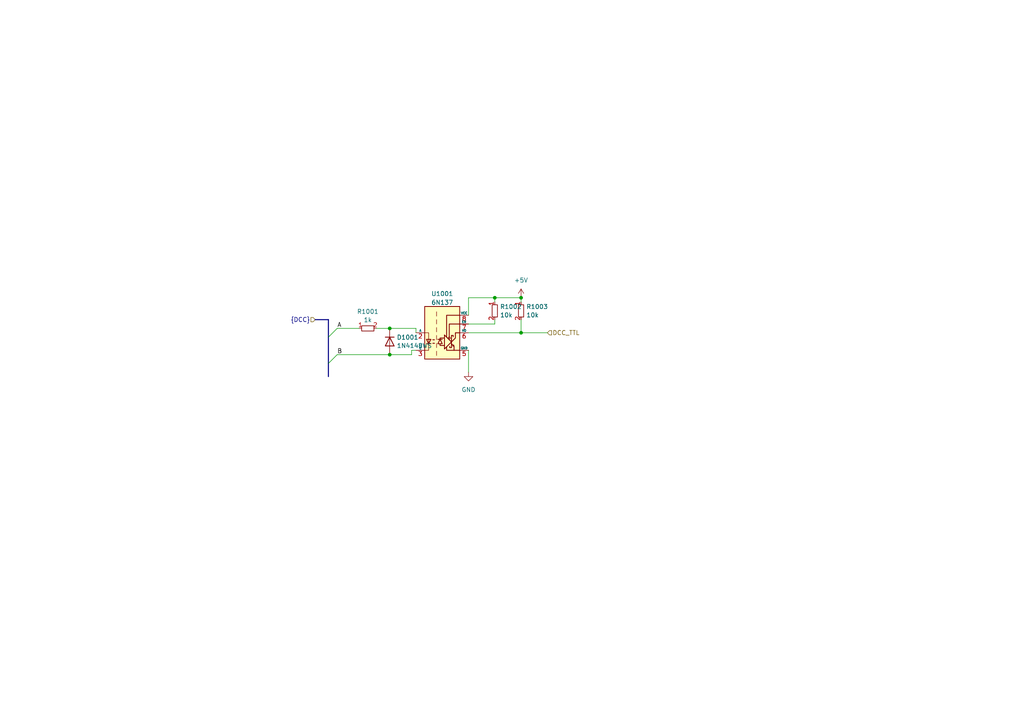
<source format=kicad_sch>
(kicad_sch (version 20230121) (generator eeschema)
  (paper "A4")
  (lib_symbols
    (symbol "Isolator:6N137" (pin_names (offset 0))
      (property "Reference" "U" (at -4.064 8.89 0))
      (property "Value" "6N137" (at 0 -8.89 0))
      (symbol "6N137_0_1"
        (polyline (pts (xy 2.667 -3.556) (xy 2.667 -1.651)) (stroke (width 0.254)))
        (polyline (pts (xy 2.667 -2.159) (xy 2.667 -2.921)) (stroke (width 0.254)))
        (polyline (pts (xy 3.429 -3.937) (xy 3.429 -5.08)) (stroke (width 0.254)))
        (polyline (pts (xy -0.635 -3.302) (xy -0.635 -3.683) (xy 0.635 -3.683)) (stroke (width 0.254)))
        (polyline (pts (xy -0.635 -1.905) (xy -0.635 -1.524) (xy 0.508 -1.524)) (stroke (width 0.254)))
        (polyline (pts (xy 1.27 -4.064) (xy 1.27 -5.08) (xy 5.08 -5.08)) (stroke (width 0.254)))
        (polyline (pts (xy 1.27 -1.27) (xy 1.27 5.08) (xy 5.08 5.08)) (stroke (width 0.254)))
        (polyline (pts (xy 2.032 -1.27) (xy 2.032 2.54) (xy 5.08 2.54)) (stroke (width 0.254)))
        (polyline (pts (xy -5.08 -5.08) (xy -3.937 -5.08) (xy -3.937 0) (xy -5.08 0)))
        (polyline (pts (xy 2.667 -3.302) (xy 2.667 -4.318) (xy 2.159 -4.318) (xy 2.159 -3.937)) (stroke (width 0.254)))
        (polyline (pts (xy 2.667 -2.667) (xy 0.635 -4.699) (xy 0.635 -0.635) (xy 2.667 -2.667)) (stroke (width 0.254)))
        (polyline (pts (xy 2.667 -1.778) (xy 2.667 -0.762) (xy 3.175 -0.762) (xy 3.175 -1.143)) (stroke (width 0.254)))
        (polyline (pts (xy 2.794 -2.54) (xy 3.81 -1.524) (xy 3.81 0) (xy 5.08 0)) (stroke (width 0.254)))
        (polyline (pts (xy 2.667 -3.175) (xy 3.429 -3.937) (xy 3.302 -3.556) (xy 3.048 -3.81) (xy 3.429 -3.937)) (stroke (width 0.254)))
        (circle (center 2.032 -1.524) (radius 0.254) (stroke (width 0.254)))
      )
      (symbol "6N137_1_1"
        (rectangle (start -5.08 7.62) (end 5.08 -7.62) (stroke (width 0.254)) (fill (type background)))
        (polyline (pts (xy -4.572 -3.175) (xy -3.302 -3.175)) (stroke (width 0.254)))
        (polyline (pts (xy -1.651 -5.334) (xy -1.651 -6.604)))
        (polyline (pts (xy -1.651 -3.048) (xy -1.651 -4.318)))
        (polyline (pts (xy -1.651 -0.762) (xy -1.651 -2.032)))
        (polyline (pts (xy -1.651 1.524) (xy -1.651 0.254)))
        (polyline (pts (xy -1.651 3.81) (xy -1.651 2.54)))
        (polyline (pts (xy -1.651 6.096) (xy -1.651 4.826)))
        (polyline (pts (xy -1.27 -1.905) (xy 0 -1.905)) (stroke (width 0.254)))
        (polyline (pts (xy -3.937 -3.175) (xy -4.572 -1.905) (xy -3.302 -1.905) (xy -3.937 -3.175)) (stroke (width 0.254)))
        (polyline (pts (xy -0.635 -1.905) (xy -1.27 -3.175) (xy 0 -3.175) (xy -0.635 -1.905)) (stroke (width 0.254)))
        (polyline (pts (xy -2.921 -3.048) (xy -2.159 -3.048) (xy -2.54 -3.175) (xy -2.54 -2.921) (xy -2.159 -3.048)) (stroke (width 0.127)))
        (polyline (pts (xy -2.921 -2.032) (xy -2.159 -2.032) (xy -2.54 -2.159) (xy -2.54 -1.905) (xy -2.159 -2.032)) (stroke (width 0.127)))
        (pin no_connect line (at -5.08 5.08 0) (length 2.54) hide (name "NC") (number "1"))
        (pin passive line (at -7.62 0 0) (length 2.54) (name "A") (number "2"))
        (pin passive line (at -7.62 -5.08 0) (length 2.54) (name "C") (number "3"))
        (pin power_in line (at 7.62 -5.08 180) (length 2.54) (name "GND") (number "5"))
        (pin open_collector line (at 7.62 0 180) (length 2.54) (name "VO") (number "6"))
        (pin input line (at 7.62 2.54 180) (length 2.54) (name "EN") (number "7"))
        (pin power_in line (at 7.62 5.08 180) (length 2.54) (name "VCC") (number "8"))
      )
    )
    (symbol "custom_kicad_lib_sk:1N4148WS" (pin_numbers hide) (pin_names hide)
      (property "Reference" "D" (at 0 2.54 0))
      (property "Value" "1N4148WS" (at 0 -2.54 0))
      (symbol "1N4148WS_0_1"
        (polyline (pts (xy -1.27 1.27) (xy -1.27 -1.27)) (stroke (width 0.254)))
        (polyline (pts (xy 1.27 0) (xy -1.27 0)))
        (polyline (pts (xy 1.27 1.27) (xy 1.27 -1.27) (xy -1.27 0) (xy 1.27 1.27)) (stroke (width 0.254)))
      )
      (symbol "1N4148WS_1_1"
        (pin passive line (at -3.81 0 0) (length 2.54) (name "K") (number "1"))
        (pin passive line (at 3.81 0 180) (length 2.54) (name "A") (number "2"))
      )
    )
    (symbol "power:+5V" (power) (pin_names (offset 0))
      (property "Value" "+5V" (at 0 3.556 0))
      (symbol "+5V_0_1"
        (polyline (pts (xy -0.762 1.27) (xy 0 2.54)))
        (polyline (pts (xy 0 0) (xy 0 2.54)))
        (polyline (pts (xy 0 2.54) (xy 0.762 1.27)))
      )
      (symbol "+5V_1_1"
        (pin power_in line (at 0 0 90) (length 0) hide (name "+5V") (number "1"))
      )
    )
    (symbol "power:GND" (power) (pin_names (offset 0))
      (property "Value" "GND" (at 0 -3.81 0))
      (symbol "GND_0_1"
        (polyline (pts (xy 0 0) (xy 0 -1.27) (xy 1.27 -1.27) (xy 0 -2.54) (xy -1.27 -1.27) (xy 0 -1.27)))
      )
      (symbol "GND_1_1"
        (pin power_in line (at 0 0 270) (length 0) hide (name "GND") (number "1"))
      )
    )
    (symbol "resistors_0603:R_10k_0603"
      (property "Reference" "R" (at 1.27 2.54 0))
      (property "Value" "10k" (at 2.54 -2.54 0))
      (symbol "R_10k_0603_0_1"
        (rectangle (start -0.762 1.778) (end 0.762 -1.778) (stroke (width 0.2032)))
      )
      (symbol "R_10k_0603_1_1"
        (pin passive line (at 0 2.54 270) (length 0.762) (name "~") (number "1"))
        (pin passive line (at 0 -2.54 90) (length 0.762) (name "~") (number "2"))
      )
    )
    (symbol "resistors_0603:R_1k_0603"
      (property "Reference" "R" (at 1.27 2.54 0))
      (property "Value" "1k" (at 2.54 -2.54 0))
      (symbol "R_1k_0603_0_1"
        (rectangle (start -0.762 1.778) (end 0.762 -1.778) (stroke (width 0.2032)))
      )
      (symbol "R_1k_0603_1_1"
        (pin passive line (at 0 2.54 270) (length 0.762) (name "~") (number "1"))
        (pin passive line (at 0 -2.54 90) (length 0.762) (name "~") (number "2"))
      )
    )
  )
  (junction (at 151.13 96.52))
  (junction (at 151.13 86.36))
  (junction (at 113.03 102.87))
  (junction (at 143.51 86.36))
  (junction (at 113.03 95.25))
  (bus_entry (at 95.25 97.79) (size 2.54 -2.54))
  (bus_entry (at 95.25 105.41) (size 2.54 -2.54))
  (wire (pts (xy 135.89 101.6) (xy 135.89 107.95)))
  (wire (pts (xy 143.51 86.36) (xy 151.13 86.36)))
  (wire (pts (xy 143.51 86.36) (xy 143.51 87.63)))
  (wire (pts (xy 151.13 96.52) (xy 158.75 96.52)))
  (wire (pts (xy 97.79 102.87) (xy 113.03 102.87)))
  (wire (pts (xy 135.89 96.52) (xy 151.13 96.52)))
  (bus (pts (xy 95.25 97.79) (xy 95.25 92.71)))
  (wire (pts (xy 113.03 102.87) (xy 119.38 102.87)))
  (wire (pts (xy 143.51 92.71) (xy 143.51 93.98)))
  (wire (pts (xy 119.38 101.6) (xy 119.38 102.87)))
  (wire (pts (xy 120.65 96.52) (xy 120.65 95.25)))
  (wire (pts (xy 135.89 93.98) (xy 143.51 93.98)))
  (wire (pts (xy 135.89 86.36) (xy 143.51 86.36)))
  (wire (pts (xy 135.89 91.44) (xy 135.89 86.36)))
  (wire (pts (xy 97.79 95.25) (xy 104.14 95.25)))
  (bus (pts (xy 95.25 105.41) (xy 95.25 97.79)))
  (bus (pts (xy 91.44 92.71) (xy 95.25 92.71)))
  (wire (pts (xy 151.13 86.36) (xy 151.13 87.63)))
  (wire (pts (xy 151.13 92.71) (xy 151.13 96.52)))
  (wire (pts (xy 120.65 101.6) (xy 119.38 101.6)))
  (wire (pts (xy 113.03 95.25) (xy 120.65 95.25)))
  (bus (pts (xy 95.25 109.22) (xy 95.25 105.41)))
  (wire (pts (xy 109.22 95.25) (xy 113.03 95.25)))
  (label "B" (at 97.79 102.87 0))
  (label "A" (at 97.79 95.25 0))
  (hierarchical_label "{DCC}" (shape input) (at 91.44 92.71 180))
  (hierarchical_label "DCC_TTL" (shape input) (at 158.75 96.52 0))
  (symbol (lib_id "power:GND") (at 135.89 107.95 0) (unit 1)
    (property "Reference" "#PWR0301" (effects hide))
    (property "Value" "GND" (at 135.89 113.03 0))
  )
  (symbol (lib_id "power:+5V") (at 151.13 86.36 0) (unit 1)
    (property "Reference" "#PWR0302" (effects hide))
    (property "Value" "+5V" (at 151.13 81.28 0))
  )
  (symbol (lib_id "resistors_0603:R_10k_0603") (at 143.51 90.17 0) (unit 1)
    (property "Reference" "R1002" (at 145.0086 88.9579 0) (effects (justify left)))
    (property "Value" "10k" (at 145.0086 91.3821 0) (effects (justify left)))
    (property "Footprint" "custom_kicad_lib_sk:R_0603_smalltext" (effects hide))
    (property "JLCPCB Part#" "C25804" (effects hide))
  )
  (symbol (lib_id "resistors_0603:R_10k_0603") (at 151.13 90.17 0) (unit 1)
    (property "Reference" "R1003" (at 152.6286 88.9579 0) (effects (justify left)))
    (property "Value" "10k" (at 152.6286 91.3821 0) (effects (justify left)))
    (property "Footprint" "custom_kicad_lib_sk:R_0603_smalltext" (effects hide))
    (property "JLCPCB Part#" "C25804" (effects hide))
  )
  (symbol (lib_id "custom_kicad_lib_sk:1N4148WS") (at 113.03 99.06 270) (unit 1)
    (property "Reference" "D1001" (at 115.062 97.8479 90) (effects (justify left)))
    (property "Value" "1N4148WS" (at 115.062 100.2721 90) (effects (justify left)))
    (property "Footprint" "Diode_SMD:D_SOD-323" (effects hide))
    (property "Datasheet" "https://www.vishay.com/docs/85751/1n4148ws.pdf" (effects hide))
    (property "Sim.Device" "D" (effects hide))
    (property "Sim.Pins" "1=K 2=A" (effects hide))
    (property "JLCPCB Part#" "C2128" (effects hide))
  )
  (symbol (lib_id "resistors_0603:R_1k_0603") (at 106.68 95.25 90) (unit 1)
    (property "Reference" "R1001" (at 106.68 90.3691 90))
    (property "Value" "1k" (at 106.68 92.7933 90))
    (property "Footprint" "custom_kicad_lib_sk:R_0603_smalltext" (effects hide))
    (property "JLCPCB Part#" "C21190" (effects hide))
  )
  (symbol (lib_id "Isolator:6N137") (at 128.27 96.52 0) (unit 1)
    (property "Reference" "U1001" (at 128.27 85.2002 0))
    (property "Value" "6N137" (at 128.27 87.7371 0))
    (property "Footprint" "Package_SO:SOP-8_6.62x9.15mm_P2.54mm" (effects hide))
    (property "Datasheet" "https://datasheet.lcsc.com/szlcsc/1908282202_Everlight-Elec-6N137S1-TA_C110020.pdf" (effects hide))
    (property "JLCPCB Part#" "C110020" (effects hide))
    (instances (project "DCC" (path "" (reference "U1001") (unit 1))) (project "servoDecoderInCabinet" (path "" (reference "U1001") (unit 1))) (project "general_schematics" (path "" (reference "U701") (unit 1))))
  )
)
</source>
